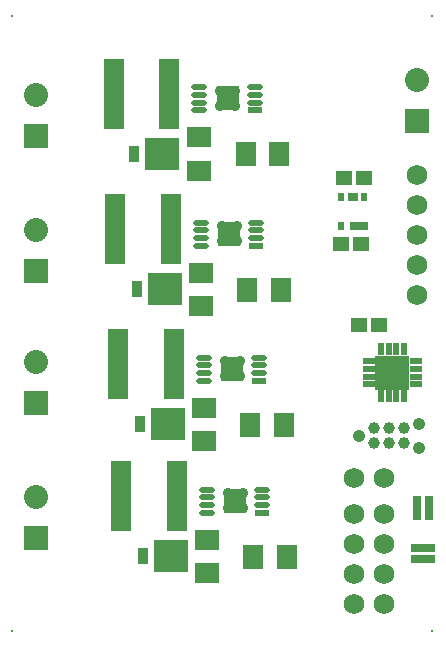
<source format=gts>
G04 Layer_Color=8388736*
%FSLAX25Y25*%
%MOIN*%
G70*
G01*
G75*
%ADD44C,0.03900*%
%ADD45R,0.05131X0.02178*%
%ADD46O,0.05131X0.02178*%
%ADD47R,0.07493X0.08280*%
%ADD48R,0.07100X0.07900*%
%ADD49R,0.05200X0.04800*%
%ADD50R,0.03800X0.05800*%
%ADD51R,0.11300X0.10800*%
%ADD52R,0.07099X0.23241*%
%ADD53R,0.07900X0.07100*%
%ADD54R,0.02375X0.02769*%
%ADD55R,0.01981X0.02769*%
%ADD56R,0.02769X0.02375*%
%ADD57R,0.02769X0.01981*%
%ADD58R,0.03753X0.02769*%
%ADD59R,0.05918X0.02769*%
%ADD60R,0.11430X0.11430*%
%ADD61R,0.02178X0.03950*%
%ADD62R,0.03950X0.02178*%
%ADD63C,0.04200*%
%ADD64R,0.00800X0.00800*%
%ADD65C,0.08000*%
%ADD66R,0.08000X0.08000*%
%ADD67C,0.06800*%
%ADD68C,0.03600*%
D44*
X285820Y327650D02*
D03*
X290820Y322650D02*
D03*
X285820D02*
D03*
X280820Y327650D02*
D03*
Y322650D02*
D03*
X290820Y327650D02*
D03*
D45*
X241012Y433700D02*
D03*
X241500Y388512D02*
D03*
X242500Y343512D02*
D03*
X243500Y299512D02*
D03*
D46*
X241012Y436259D02*
D03*
Y438818D02*
D03*
Y441377D02*
D03*
X222508Y433700D02*
D03*
Y436259D02*
D03*
Y438818D02*
D03*
Y441377D02*
D03*
X241500Y391071D02*
D03*
Y393630D02*
D03*
Y396189D02*
D03*
X222996Y388512D02*
D03*
Y391071D02*
D03*
Y393630D02*
D03*
Y396189D02*
D03*
X242500Y346071D02*
D03*
Y348630D02*
D03*
Y351189D02*
D03*
X223996Y343512D02*
D03*
Y346071D02*
D03*
Y348630D02*
D03*
Y351189D02*
D03*
X243500Y302071D02*
D03*
Y304630D02*
D03*
Y307189D02*
D03*
X224996Y299512D02*
D03*
Y302071D02*
D03*
Y304630D02*
D03*
Y307189D02*
D03*
D47*
X231957Y437637D02*
D03*
X232445Y392449D02*
D03*
X233445Y347449D02*
D03*
X234445Y303449D02*
D03*
D48*
X240488Y284812D02*
D03*
X251600D02*
D03*
X239488Y328812D02*
D03*
X250600D02*
D03*
X238488Y373812D02*
D03*
X249600D02*
D03*
X238000Y419000D02*
D03*
X249112D02*
D03*
D49*
X270654Y411000D02*
D03*
X277400D02*
D03*
X269654Y389000D02*
D03*
X276400D02*
D03*
X282347Y362000D02*
D03*
X275600D02*
D03*
D50*
X203750Y285000D02*
D03*
X202750Y329000D02*
D03*
X201750Y374000D02*
D03*
X200750Y419000D02*
D03*
D51*
X213000Y285000D02*
D03*
X212000Y329000D02*
D03*
X211000Y374000D02*
D03*
X210000Y419000D02*
D03*
D52*
X196496Y305012D02*
D03*
X215000D02*
D03*
X195496Y349012D02*
D03*
X214000D02*
D03*
X194496Y394012D02*
D03*
X213000D02*
D03*
X194008Y439200D02*
D03*
X212512D02*
D03*
D53*
X225000Y290512D02*
D03*
Y279400D02*
D03*
X224000Y334512D02*
D03*
Y323400D02*
D03*
X223000Y379512D02*
D03*
Y368400D02*
D03*
X222512Y424700D02*
D03*
Y413588D02*
D03*
D54*
X294094Y287937D02*
D03*
Y284000D02*
D03*
X300000Y287937D02*
D03*
Y284000D02*
D03*
X277331Y404724D02*
D03*
X269850D02*
D03*
Y395276D02*
D03*
D55*
X296063Y287937D02*
D03*
Y284000D02*
D03*
X298031Y287937D02*
D03*
Y284000D02*
D03*
D56*
X295063Y298095D02*
D03*
X299000D02*
D03*
X295063Y304000D02*
D03*
X299000D02*
D03*
D57*
X295063Y300063D02*
D03*
X299000D02*
D03*
X295063Y302031D02*
D03*
X299000D02*
D03*
D58*
X273590Y404724D02*
D03*
D59*
X275559Y395276D02*
D03*
D60*
X286874Y346063D02*
D03*
D61*
X283035Y354035D02*
D03*
X285595D02*
D03*
X288154D02*
D03*
X290713D02*
D03*
Y338287D02*
D03*
X288154D02*
D03*
X285595D02*
D03*
X283035D02*
D03*
D62*
X294748Y350000D02*
D03*
Y347441D02*
D03*
Y344882D02*
D03*
Y342323D02*
D03*
X279000D02*
D03*
Y344882D02*
D03*
Y347441D02*
D03*
Y350000D02*
D03*
D63*
X275819Y325150D02*
D03*
X295819Y329150D02*
D03*
Y321150D02*
D03*
D64*
X300000Y465000D02*
D03*
X160000D02*
D03*
X300000Y260000D02*
D03*
X160000D02*
D03*
D65*
X168000Y304800D02*
D03*
Y349800D02*
D03*
Y393800D02*
D03*
Y438800D02*
D03*
X295000Y443800D02*
D03*
D66*
X168000Y291000D02*
D03*
Y336000D02*
D03*
Y380000D02*
D03*
Y425000D02*
D03*
X295000Y430000D02*
D03*
D67*
Y412000D02*
D03*
Y402000D02*
D03*
Y392000D02*
D03*
Y382000D02*
D03*
Y372000D02*
D03*
X274000Y311000D02*
D03*
X284000D02*
D03*
Y269000D02*
D03*
X274000D02*
D03*
X284000Y279000D02*
D03*
X274000D02*
D03*
X284000Y289000D02*
D03*
X274000D02*
D03*
X284000Y299000D02*
D03*
X274000D02*
D03*
D68*
X284000Y343000D02*
D03*
X290000Y349000D02*
D03*
Y343000D02*
D03*
X284000Y349000D02*
D03*
X286874Y346063D02*
D03*
X231000Y350000D02*
D03*
X231957Y437637D02*
D03*
X232445Y392449D02*
D03*
X233445Y347449D02*
D03*
X234445Y303449D02*
D03*
X236000Y350000D02*
D03*
Y345000D02*
D03*
X231000D02*
D03*
X237000Y306000D02*
D03*
X232000D02*
D03*
X237000Y301000D02*
D03*
X232000D02*
D03*
X229512Y440188D02*
D03*
X234512D02*
D03*
Y435188D02*
D03*
X229512D02*
D03*
X230000Y390000D02*
D03*
X235000D02*
D03*
X230000Y395000D02*
D03*
X235000D02*
D03*
M02*

</source>
